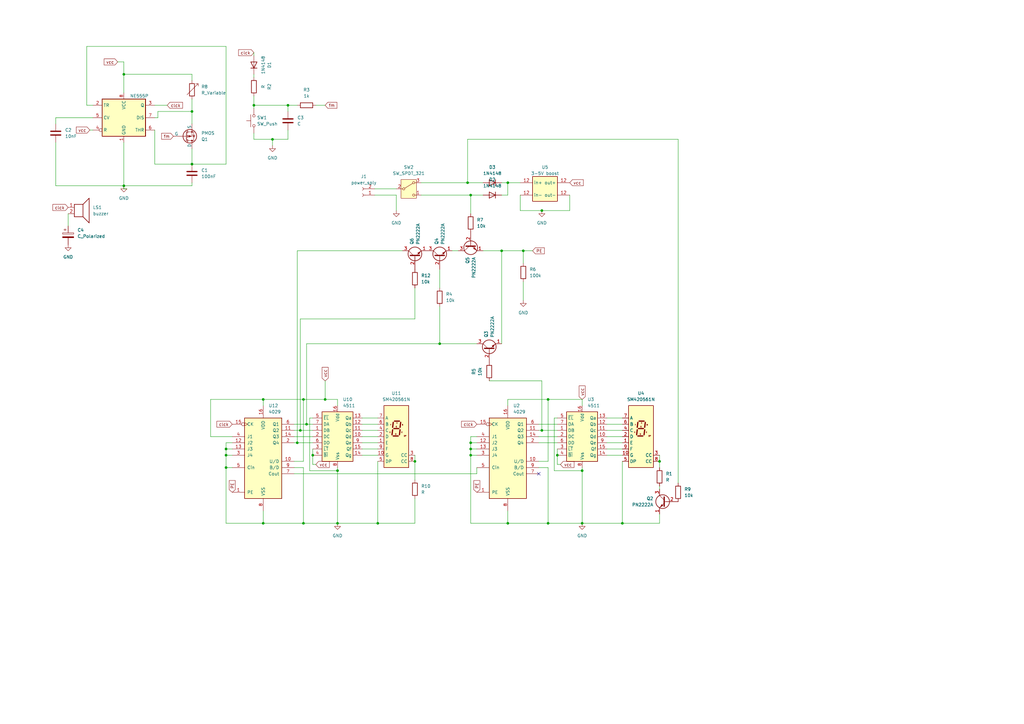
<source format=kicad_sch>
(kicad_sch (version 20230121) (generator eeschema)
  (paper "A3")
  (lib_symbols
    (symbol "4xxx:4029" (pin_names (offset 1.016))
      (property "Reference" "U" (at -7.62 16.51 0))
      (property "Value" "4029" (at -7.62 -19.05 0))
      (symbol "4029_1_0"
        (pin input line (at -12.7 -15.24 0) (length 5.08) (name "PE") (number "1"))
        (pin input line (at 12.7 -2.54 180) (length 5.08) (name "U/D") (number "10"))
        (pin output line (at 12.7 10.16 180) (length 5.08) (name "Q2") (number "11"))
        (pin input line (at -12.7 5.08 0) (length 5.08) (name "J2") (number "12"))
        (pin input line (at -12.7 2.54 0) (length 5.08) (name "J3") (number "13"))
        (pin output line (at 12.7 7.62 180) (length 5.08) (name "Q3") (number "14"))
        (pin input inverted_clock (at -12.7 12.7 0) (length 5.08) (name "CK") (number "15"))
        (pin power_in line (at 0 20.32 270) (length 5.08) (name "VDD") (number "16"))
        (pin output line (at 12.7 5.08 180) (length 5.08) (name "Q4") (number "2"))
        (pin input line (at -12.7 0 0) (length 5.08) (name "J4") (number "3"))
        (pin input line (at -12.7 7.62 0) (length 5.08) (name "J1") (number "4"))
        (pin input line (at -12.7 -5.08 0) (length 5.08) (name "Cin") (number "5"))
        (pin output line (at 12.7 12.7 180) (length 5.08) (name "Q1") (number "6"))
        (pin output line (at 12.7 -7.62 180) (length 5.08) (name "Cout") (number "7"))
        (pin power_in line (at 0 -22.86 90) (length 5.08) (name "VSS") (number "8"))
        (pin input line (at 12.7 -5.08 180) (length 5.08) (name "B/D") (number "9"))
      )
      (symbol "4029_1_1"
        (rectangle (start -7.62 15.24) (end 7.62 -17.78) (stroke (width 0.254)) (fill (type background)))
      )
    )
    (symbol "4xxx_IEEE:4511"
      (property "Reference" "U" (at 8.89 11.43 0))
      (property "Value" "4511" (at 8.89 -11.43 0))
      (symbol "4511_0_1"
        (rectangle (start -6.35 10.16) (end 6.35 -10.16) (stroke (width 0.254)) (fill (type background)))
      )
      (symbol "4511_1_1"
        (pin input line (at -10.16 2.54 0) (length 3.81) (name "DB") (number "1"))
        (pin output line (at 10.16 0 180) (length 3.81) (name "Qd") (number "10"))
        (pin output line (at 10.16 2.54 180) (length 3.81) (name "Qc") (number "11"))
        (pin output line (at 10.16 5.08 180) (length 3.81) (name "Qb") (number "12"))
        (pin output line (at 10.16 7.62 180) (length 3.81) (name "Qa") (number "13"))
        (pin output line (at 10.16 -7.62 180) (length 3.81) (name "Qg") (number "14"))
        (pin output line (at 10.16 -5.08 180) (length 3.81) (name "Qf") (number "15"))
        (pin power_in line (at 0 12.7 270) (length 2.54) (name "Vdd") (number "16"))
        (pin input line (at -10.16 0 0) (length 3.81) (name "DC") (number "2"))
        (pin input line (at -10.16 -5.08 0) (length 3.81) (name "~{LT}") (number "3"))
        (pin input line (at -10.16 -7.62 0) (length 3.81) (name "~{BI}") (number "4"))
        (pin input line (at -10.16 7.62 0) (length 3.81) (name "~{EL}") (number "5"))
        (pin input line (at -10.16 -2.54 0) (length 3.81) (name "DD") (number "6"))
        (pin input line (at -10.16 5.08 0) (length 3.81) (name "DA") (number "7"))
        (pin power_in line (at 0 -12.7 90) (length 2.54) (name "Vss") (number "8"))
        (pin output line (at 10.16 -2.54 180) (length 3.81) (name "Qe") (number "9"))
      )
    )
    (symbol "Connector:Conn_01x02_Socket" (pin_names (offset 1.016) hide)
      (property "Reference" "J" (at 0 2.54 0))
      (property "Value" "Conn_01x02_Socket" (at 0 -5.08 0))
      (symbol "Conn_01x02_Socket_1_1"
        (arc (start 0 -2.032) (mid -0.5058 -2.54) (end 0 -3.048) (stroke (width 0.1524)))
        (polyline (pts (xy -1.27 -2.54) (xy -0.508 -2.54)) (stroke (width 0.1524)))
        (polyline (pts (xy -1.27 0) (xy -0.508 0)) (stroke (width 0.1524)))
        (arc (start 0 0.508) (mid -0.5058 0) (end 0 -0.508) (stroke (width 0.1524)))
        (pin passive line (at -5.08 0 0) (length 3.81) (name "Pin_1") (number "1"))
        (pin passive line (at -5.08 -2.54 0) (length 3.81) (name "Pin_2") (number "2"))
      )
    )
    (symbol "Device:C" (pin_numbers hide) (pin_names (offset 0.254))
      (property "Reference" "C" (at 0.635 2.54 0))
      (property "Value" "C" (at 0.635 -2.54 0))
      (symbol "C_0_1"
        (polyline (pts (xy -2.032 -0.762) (xy 2.032 -0.762)) (stroke (width 0.508)))
        (polyline (pts (xy -2.032 0.762) (xy 2.032 0.762)) (stroke (width 0.508)))
      )
      (symbol "C_1_1"
        (pin passive line (at 0 3.81 270) (length 2.794) (name "~") (number "1"))
        (pin passive line (at 0 -3.81 90) (length 2.794) (name "~") (number "2"))
      )
    )
    (symbol "Device:C_Polarized" (pin_numbers hide) (pin_names (offset 0.254))
      (property "Reference" "C" (at 0.635 2.54 0))
      (property "Value" "C_Polarized" (at 0.635 -2.54 0))
      (symbol "C_Polarized_0_1"
        (rectangle (start -2.286 0.508) (end 2.286 1.016))
        (polyline (pts (xy -1.778 2.286) (xy -0.762 2.286)))
        (polyline (pts (xy -1.27 2.794) (xy -1.27 1.778)))
        (rectangle (start 2.286 -0.508) (end -2.286 -1.016) (fill (type outline)))
      )
      (symbol "C_Polarized_1_1"
        (pin passive line (at 0 3.81 270) (length 2.794) (name "~") (number "1"))
        (pin passive line (at 0 -3.81 90) (length 2.794) (name "~") (number "2"))
      )
    )
    (symbol "Device:R" (pin_numbers hide) (pin_names (offset 0))
      (property "Reference" "R" (at 2.032 0 90))
      (property "Value" "R" (at 0 0 90))
      (symbol "R_0_1"
        (rectangle (start -1.016 -2.54) (end 1.016 2.54) (stroke (width 0.254)))
      )
      (symbol "R_1_1"
        (pin passive line (at 0 3.81 270) (length 1.27) (name "~") (number "1"))
        (pin passive line (at 0 -3.81 90) (length 1.27) (name "~") (number "2"))
      )
    )
    (symbol "Device:R_Variable" (pin_numbers hide) (pin_names (offset 0))
      (property "Reference" "R" (at 2.54 -2.54 90))
      (property "Value" "R_Variable" (at -2.54 -1.27 90))
      (symbol "R_Variable_0_1"
        (rectangle (start -1.016 -2.54) (end 1.016 2.54) (stroke (width 0.254)))
        (polyline (pts (xy 2.54 1.524) (xy 2.54 2.54) (xy 1.524 2.54) (xy 2.54 2.54) (xy -2.032 -2.032)))
      )
      (symbol "R_Variable_1_1"
        (pin passive line (at 0 3.81 270) (length 1.27) (name "~") (number "1"))
        (pin passive line (at 0 -3.81 90) (length 1.27) (name "~") (number "2"))
      )
    )
    (symbol "Device:Speaker" (pin_names (offset 0) hide)
      (property "Reference" "LS" (at 1.27 5.715 0))
      (property "Value" "Speaker" (at 1.27 3.81 0))
      (symbol "Speaker_0_0"
        (rectangle (start -2.54 1.27) (end 1.016 -3.81) (stroke (width 0.254)))
        (polyline (pts (xy 1.016 1.27) (xy 3.556 3.81) (xy 3.556 -6.35) (xy 1.016 -3.81)) (stroke (width 0.254)))
      )
      (symbol "Speaker_1_1"
        (pin input line (at -5.08 0 0) (length 2.54) (name "1") (number "1"))
        (pin input line (at -5.08 -2.54 0) (length 2.54) (name "2") (number "2"))
      )
    )
    (symbol "Diode:1N4148" (pin_numbers hide) (pin_names hide)
      (property "Reference" "D" (at 0 2.54 0))
      (property "Value" "1N4148" (at 0 -2.54 0))
      (symbol "1N4148_0_1"
        (polyline (pts (xy -1.27 1.27) (xy -1.27 -1.27)) (stroke (width 0.254)))
        (polyline (pts (xy 1.27 0) (xy -1.27 0)))
        (polyline (pts (xy 1.27 1.27) (xy 1.27 -1.27) (xy -1.27 0) (xy 1.27 1.27)) (stroke (width 0.254)))
      )
      (symbol "1N4148_1_1"
        (pin passive line (at -3.81 0 0) (length 2.54) (name "K") (number "1"))
        (pin passive line (at 3.81 0 180) (length 2.54) (name "A") (number "2"))
      )
    )
    (symbol "Display_Character:SM420561N"
      (property "Reference" "U" (at -2.54 13.97 0))
      (property "Value" "SM420561N" (at 1.27 13.97 0))
      (symbol "SM420561N_0_0"
        (text "A" (at 0.254 5.588 0) (effects (font (size 0.508 0.508))))
        (text "B" (at 2.54 4.826 0) (effects (font (size 0.508 0.508))))
        (text "C" (at 2.286 1.778 0) (effects (font (size 0.508 0.508))))
        (text "D" (at -0.254 1.016 0) (effects (font (size 0.508 0.508))))
        (text "DP" (at 3.556 0.254 0) (effects (font (size 0.508 0.508))))
        (text "E" (at -2.54 1.778 0) (effects (font (size 0.508 0.508))))
        (text "F" (at -2.286 4.826 0) (effects (font (size 0.508 0.508))))
        (text "G" (at 0 4.064 0) (effects (font (size 0.508 0.508))))
      )
      (symbol "SM420561N_0_1"
        (rectangle (start -5.08 12.7) (end 5.08 -12.7) (stroke (width 0.254)) (fill (type background)))
        (polyline (pts (xy -1.524 2.794) (xy -1.778 0.762)) (stroke (width 0.508)))
        (polyline (pts (xy -1.27 0.254) (xy 0.762 0.254)) (stroke (width 0.508)))
        (polyline (pts (xy -1.27 5.842) (xy -1.524 3.81)) (stroke (width 0.508)))
        (polyline (pts (xy -1.016 3.302) (xy 1.016 3.302)) (stroke (width 0.508)))
        (polyline (pts (xy -0.762 6.35) (xy 1.27 6.35)) (stroke (width 0.508)))
        (polyline (pts (xy 1.524 2.794) (xy 1.27 0.762)) (stroke (width 0.508)))
        (polyline (pts (xy 1.778 5.842) (xy 1.524 3.81)) (stroke (width 0.508)))
        (polyline (pts (xy 2.54 0.254) (xy 2.54 0.254)) (stroke (width 0.508)))
      )
      (symbol "SM420561N_1_1"
        (pin input line (at -7.62 -2.54 0) (length 2.54) (name "E") (number "1"))
        (pin input line (at -7.62 -7.62 0) (length 2.54) (name "G") (number "10"))
        (pin input line (at -7.62 0 0) (length 2.54) (name "D") (number "2"))
        (pin input line (at 7.62 -7.62 180) (length 2.54) (name "CC") (number "3"))
        (pin input line (at -7.62 2.54 0) (length 2.54) (name "C") (number "4"))
        (pin input line (at -7.62 -10.16 0) (length 2.54) (name "DP") (number "5"))
        (pin input line (at -7.62 5.08 0) (length 2.54) (name "B") (number "6"))
        (pin input line (at -7.62 7.62 0) (length 2.54) (name "A") (number "7"))
        (pin input line (at 7.62 -10.16 180) (length 2.54) (name "CC") (number "8"))
        (pin input line (at -7.62 -5.08 0) (length 2.54) (name "F") (number "9"))
      )
    )
    (symbol "Simulation_SPICE:PMOS" (pin_numbers hide) (pin_names (offset 0))
      (property "Reference" "Q" (at 5.08 1.27 0))
      (property "Value" "PMOS" (at 5.08 -1.27 0))
      (symbol "PMOS_0_1"
        (polyline (pts (xy 0.254 0) (xy -2.54 0)))
        (polyline (pts (xy 0.254 1.905) (xy 0.254 -1.905)) (stroke (width 0.254)))
        (polyline (pts (xy 0.762 -1.27) (xy 0.762 -2.286)) (stroke (width 0.254)))
        (polyline (pts (xy 0.762 0.508) (xy 0.762 -0.508)) (stroke (width 0.254)))
        (polyline (pts (xy 0.762 2.286) (xy 0.762 1.27)) (stroke (width 0.254)))
        (polyline (pts (xy 2.54 2.54) (xy 2.54 1.778)))
        (polyline (pts (xy 2.54 -2.54) (xy 2.54 0) (xy 0.762 0)))
        (polyline (pts (xy 0.762 1.778) (xy 3.302 1.778) (xy 3.302 -1.778) (xy 0.762 -1.778)))
        (polyline (pts (xy 2.286 0) (xy 1.27 0.381) (xy 1.27 -0.381) (xy 2.286 0)) (fill (type outline)))
        (polyline (pts (xy 2.794 -0.508) (xy 2.921 -0.381) (xy 3.683 -0.381) (xy 3.81 -0.254)))
        (polyline (pts (xy 3.302 -0.381) (xy 2.921 0.254) (xy 3.683 0.254) (xy 3.302 -0.381)))
        (circle (center 1.651 0) (radius 2.794) (stroke (width 0.254)))
        (circle (center 2.54 -1.778) (radius 0.254) (fill (type outline)))
        (circle (center 2.54 1.778) (radius 0.254) (fill (type outline)))
      )
      (symbol "PMOS_1_1"
        (pin passive line (at 2.54 5.08 270) (length 2.54) (name "D") (number "1"))
        (pin input line (at -5.08 0 0) (length 2.54) (name "G") (number "2"))
        (pin passive line (at 2.54 -5.08 90) (length 2.54) (name "S") (number "3"))
      )
    )
    (symbol "Switch:SW_Push" (pin_numbers hide) (pin_names (offset 1.016) hide)
      (property "Reference" "SW" (at 1.27 2.54 0))
      (property "Value" "SW_Push" (at 0 -1.524 0))
      (symbol "SW_Push_0_1"
        (circle (center -2.032 0) (radius 0.508))
        (polyline (pts (xy 0 1.27) (xy 0 3.048)))
        (polyline (pts (xy 2.54 1.27) (xy -2.54 1.27)))
        (circle (center 2.032 0) (radius 0.508))
        (pin passive line (at -5.08 0 0) (length 2.54) (name "1") (number "1"))
        (pin passive line (at 5.08 0 180) (length 2.54) (name "2") (number "2"))
      )
    )
    (symbol "Switch:SW_SPDT_321" (pin_names (offset 1) hide)
      (property "Reference" "SW" (at 0 5.08 0))
      (property "Value" "SW_SPDT_321" (at 0 -5.08 0))
      (symbol "SW_SPDT_321_0_1"
        (circle (center -2.032 0) (radius 0.4572))
        (polyline (pts (xy -1.651 0.254) (xy 1.651 2.286)))
        (circle (center 2.032 -2.54) (radius 0.4572))
        (circle (center 2.032 2.54) (radius 0.4572))
      )
      (symbol "SW_SPDT_321_1_1"
        (rectangle (start -3.175 3.81) (end 3.175 -3.81) (fill (type background)))
        (pin passive line (at 5.08 -2.54 180) (length 2.54) (name "C") (number "1"))
        (pin passive line (at -5.08 0 0) (length 2.54) (name "B") (number "2"))
        (pin passive line (at 5.08 2.54 180) (length 2.54) (name "A") (number "3"))
      )
    )
    (symbol "Timer:NE555P"
      (property "Reference" "U" (at -10.16 8.89 0))
      (property "Value" "NE555P" (at 2.54 8.89 0))
      (symbol "NE555P_0_0"
        (pin power_in line (at 0 -10.16 90) (length 2.54) (name "GND") (number "1"))
        (pin power_in line (at 0 10.16 270) (length 2.54) (name "VCC") (number "8"))
      )
      (symbol "NE555P_0_1"
        (rectangle (start -8.89 -7.62) (end 8.89 7.62) (stroke (width 0.254)) (fill (type background)))
        (rectangle (start -8.89 -7.62) (end 8.89 7.62) (stroke (width 0.254)) (fill (type background)))
      )
      (symbol "NE555P_1_1"
        (pin input line (at -12.7 5.08 0) (length 3.81) (name "TR") (number "2"))
        (pin output line (at 12.7 5.08 180) (length 3.81) (name "Q") (number "3"))
        (pin input inverted (at -12.7 -5.08 0) (length 3.81) (name "R") (number "4"))
        (pin input line (at -12.7 0 0) (length 3.81) (name "CV") (number "5"))
        (pin input line (at 12.7 -5.08 180) (length 3.81) (name "THR") (number "6"))
        (pin input line (at 12.7 0 180) (length 3.81) (name "DIS") (number "7"))
      )
    )
    (symbol "Transistor_BJT:PN2222A" (pin_names (offset 0) hide)
      (property "Reference" "Q" (at 5.08 1.905 0))
      (property "Value" "PN2222A" (at 5.08 0 0))
      (symbol "PN2222A_0_1"
        (polyline (pts (xy 0 0) (xy 0.635 0)))
        (polyline (pts (xy 2.54 -2.54) (xy 0.635 -0.635)))
        (polyline (pts (xy 2.54 2.54) (xy 0.635 0.635)))
        (polyline (pts (xy 0.635 1.905) (xy 0.635 -1.905) (xy 0.635 -1.905)) (stroke (width 0.508)))
        (polyline (pts (xy 2.413 -2.413) (xy 1.905 -1.905) (xy 1.905 -1.905)))
        (polyline (pts (xy 1.143 -1.651) (xy 1.651 -1.143) (xy 2.159 -2.159) (xy 1.143 -1.651) (xy 1.143 -1.651)) (fill (type outline)))
        (circle (center 1.27 0) (radius 2.8194) (stroke (width 0.254)))
      )
      (symbol "PN2222A_1_1"
        (pin passive line (at 2.54 -5.08 90) (length 2.54) (name "E") (number "1"))
        (pin input line (at -5.08 0 0) (length 5.08) (name "B") (number "2"))
        (pin passive line (at 2.54 5.08 270) (length 2.54) (name "C") (number "3"))
      )
    )
    (symbol "eDiceLib:3-5v_boost"
      (property "Reference" "U" (at 0 6.35 0))
      (symbol "3-5v_boost_0_1"
        (rectangle (start -5.08 5.08) (end 5.08 -5.08) (stroke (width 0.254)) (fill (type background)))
      )
      (symbol "3-5v_boost_1_1"
        (pin input line (at -10.16 2.54 0) (length 5.08) (name "in+") (number "12"))
        (pin input line (at -10.16 -2.54 0) (length 5.08) (name "in-") (number "12"))
        (pin output line (at 10.16 2.54 180) (length 5.08) (name "out+") (number "12"))
        (pin output line (at 10.16 -2.54 180) (length 5.08) (name "out-") (number "12"))
      )
    )
    (symbol "power:GND" (power) (pin_names (offset 0))
      (property "Value" "GND" (at 0 -3.81 0))
      (symbol "GND_0_1"
        (polyline (pts (xy 0 0) (xy 0 -1.27) (xy 1.27 -1.27) (xy 0 -2.54) (xy -1.27 -1.27) (xy 0 -1.27)))
      )
      (symbol "GND_1_1"
        (pin power_in line (at 0 0 270) (length 0) hide (name "GND") (number "1"))
      )
    )
  )
  (junction (at 193.04 186.69))
  (junction (at 92.71 191.77))
  (junction (at 180.34 140.97))
  (junction (at 214.63 102.87))
  (junction (at 107.95 163.83))
  (junction (at 121.92 181.61))
  (junction (at 255.27 214.63))
  (junction (at 118.11 43.18))
  (junction (at 50.8 76.2))
  (junction (at 238.76 193.04))
  (junction (at 107.95 214.63))
  (junction (at 78.74 67.31))
  (junction (at 124.46 163.83))
  (junction (at 92.71 184.15))
  (junction (at 193.04 181.61))
  (junction (at 193.04 80.01))
  (junction (at 111.76 57.15))
  (junction (at 104.14 43.18))
  (junction (at 138.43 193.04))
  (junction (at 193.04 184.15))
  (junction (at 224.79 214.63))
  (junction (at 78.74 45.72))
  (junction (at 170.18 189.23))
  (junction (at 123.19 176.53))
  (junction (at 270.51 189.23))
  (junction (at 154.94 214.63))
  (junction (at 222.25 176.53))
  (junction (at 191.77 74.93))
  (junction (at 208.28 74.93))
  (junction (at 133.35 163.83))
  (junction (at 238.76 214.63))
  (junction (at 208.28 214.63))
  (junction (at 50.8 30.48))
  (junction (at 222.25 86.36))
  (junction (at 124.46 214.63))
  (junction (at 92.71 186.69))
  (junction (at 125.73 173.99))
  (junction (at 138.43 214.63))
  (junction (at 205.74 102.87))
  (junction (at 224.79 163.83))
  (junction (at 128.27 186.69))
  (junction (at 228.6 186.69))
  (no_connect (at 220.98 194.31))
  (wire (pts (xy 50.8 77.47) (xy 52.07 77.47)))
  (wire (pts (xy 124.46 163.83) (xy 124.46 189.23)))
  (wire (pts (xy 191.77 57.15) (xy 191.77 74.93)))
  (wire (pts (xy 193.04 181.61) (xy 193.04 184.15)))
  (wire (pts (xy 238.76 163.83) (xy 238.76 166.37)))
  (wire (pts (xy 78.74 60.96) (xy 78.74 67.31)))
  (wire (pts (xy 111.76 57.15) (xy 118.11 57.15)))
  (wire (pts (xy 220.98 181.61) (xy 228.6 181.61)))
  (wire (pts (xy 92.71 214.63) (xy 107.95 214.63)))
  (wire (pts (xy 138.43 163.83) (xy 138.43 166.37)))
  (wire (pts (xy 22.86 58.42) (xy 22.86 76.2)))
  (wire (pts (xy 107.95 163.83) (xy 107.95 166.37)))
  (wire (pts (xy 92.71 184.15) (xy 95.25 184.15)))
  (wire (pts (xy 92.71 191.77) (xy 92.71 214.63)))
  (wire (pts (xy 180.34 125.73) (xy 180.34 140.97)))
  (wire (pts (xy 233.68 86.36) (xy 222.25 86.36)))
  (wire (pts (xy 120.65 194.31) (xy 195.58 194.31)))
  (wire (pts (xy 104.14 30.48) (xy 104.14 31.75)))
  (wire (pts (xy 128.27 184.15) (xy 128.27 186.69)))
  (wire (pts (xy 208.28 209.55) (xy 208.28 214.63)))
  (wire (pts (xy 193.04 80.01) (xy 198.12 80.01)))
  (wire (pts (xy 120.65 176.53) (xy 123.19 176.53)))
  (wire (pts (xy 123.19 176.53) (xy 128.27 176.53)))
  (wire (pts (xy 111.76 57.15) (xy 111.76 59.69)))
  (wire (pts (xy 228.6 184.15) (xy 228.6 186.69)))
  (wire (pts (xy 154.94 214.63) (xy 138.43 214.63)))
  (wire (pts (xy 233.68 80.01) (xy 233.68 86.36)))
  (wire (pts (xy 64.77 45.72) (xy 64.77 48.26)))
  (wire (pts (xy 22.86 48.26) (xy 38.1 48.26)))
  (wire (pts (xy 50.8 77.47) (xy 50.8 76.2)))
  (wire (pts (xy 64.77 45.72) (xy 78.74 45.72)))
  (wire (pts (xy 95.25 181.61) (xy 92.71 181.61)))
  (wire (pts (xy 120.65 191.77) (xy 124.46 191.77)))
  (wire (pts (xy 121.92 102.87) (xy 165.1 102.87)))
  (wire (pts (xy 125.73 173.99) (xy 128.27 173.99)))
  (wire (pts (xy 50.8 76.2) (xy 78.74 76.2)))
  (wire (pts (xy 124.46 191.77) (xy 124.46 214.63)))
  (wire (pts (xy 120.65 173.99) (xy 125.73 173.99)))
  (wire (pts (xy 129.54 43.18) (xy 133.35 43.18)))
  (wire (pts (xy 208.28 74.93) (xy 213.36 74.93)))
  (wire (pts (xy 35.56 43.18) (xy 35.56 19.05)))
  (wire (pts (xy 38.1 53.34) (xy 36.83 53.34)))
  (wire (pts (xy 270.51 186.69) (xy 270.51 189.23)))
  (wire (pts (xy 50.8 30.48) (xy 78.74 30.48)))
  (wire (pts (xy 205.74 74.93) (xy 208.28 74.93)))
  (wire (pts (xy 213.36 80.01) (xy 213.36 86.36)))
  (wire (pts (xy 205.74 102.87) (xy 198.12 102.87)))
  (wire (pts (xy 193.04 186.69) (xy 195.58 186.69)))
  (wire (pts (xy 270.51 189.23) (xy 270.51 191.77)))
  (wire (pts (xy 248.92 186.69) (xy 255.27 186.69)))
  (wire (pts (xy 104.14 43.18) (xy 104.14 44.45)))
  (wire (pts (xy 193.04 214.63) (xy 208.28 214.63)))
  (wire (pts (xy 86.36 163.83) (xy 107.95 163.83)))
  (wire (pts (xy 172.72 80.01) (xy 193.04 80.01)))
  (wire (pts (xy 50.8 76.2) (xy 50.8 58.42)))
  (wire (pts (xy 193.04 80.01) (xy 193.04 87.63)))
  (wire (pts (xy 27.94 92.71) (xy 27.94 87.63)))
  (wire (pts (xy 50.8 30.48) (xy 50.8 38.1)))
  (wire (pts (xy 193.04 181.61) (xy 195.58 181.61)))
  (wire (pts (xy 238.76 191.77) (xy 238.76 193.04)))
  (wire (pts (xy 278.13 198.12) (xy 278.13 57.15)))
  (wire (pts (xy 180.34 140.97) (xy 195.58 140.97)))
  (wire (pts (xy 205.74 102.87) (xy 205.74 140.97)))
  (wire (pts (xy 127 171.45) (xy 127 193.04)))
  (wire (pts (xy 125.73 140.97) (xy 125.73 173.99)))
  (wire (pts (xy 255.27 189.23) (xy 255.27 214.63)))
  (wire (pts (xy 193.04 184.15) (xy 193.04 186.69)))
  (wire (pts (xy 220.98 191.77) (xy 224.79 191.77)))
  (wire (pts (xy 78.74 40.64) (xy 78.74 45.72)))
  (wire (pts (xy 118.11 45.72) (xy 118.11 43.18)))
  (wire (pts (xy 38.1 43.18) (xy 35.56 43.18)))
  (wire (pts (xy 228.6 186.69) (xy 228.6 190.5)))
  (wire (pts (xy 123.19 130.81) (xy 170.18 130.81)))
  (wire (pts (xy 248.92 171.45) (xy 255.27 171.45)))
  (wire (pts (xy 148.59 184.15) (xy 154.94 184.15)))
  (wire (pts (xy 92.71 186.69) (xy 92.71 191.77)))
  (wire (pts (xy 107.95 209.55) (xy 107.95 214.63)))
  (wire (pts (xy 193.04 186.69) (xy 193.04 214.63)))
  (wire (pts (xy 208.28 163.83) (xy 208.28 166.37)))
  (wire (pts (xy 193.04 184.15) (xy 195.58 184.15)))
  (wire (pts (xy 63.5 43.18) (xy 68.58 43.18)))
  (wire (pts (xy 224.79 214.63) (xy 238.76 214.63)))
  (wire (pts (xy 92.71 181.61) (xy 92.71 184.15)))
  (wire (pts (xy 22.86 76.2) (xy 50.8 76.2)))
  (wire (pts (xy 78.74 50.8) (xy 78.74 45.72)))
  (wire (pts (xy 104.14 39.37) (xy 104.14 43.18)))
  (wire (pts (xy 170.18 204.47) (xy 170.18 214.63)))
  (wire (pts (xy 162.56 80.01) (xy 162.56 86.36)))
  (wire (pts (xy 48.26 25.4) (xy 50.8 25.4)))
  (wire (pts (xy 86.36 179.07) (xy 86.36 163.83)))
  (wire (pts (xy 138.43 163.83) (xy 133.35 163.83)))
  (wire (pts (xy 78.74 74.93) (xy 78.74 76.2)))
  (wire (pts (xy 227.33 193.04) (xy 238.76 193.04)))
  (wire (pts (xy 220.98 173.99) (xy 228.6 173.99)))
  (wire (pts (xy 270.51 210.82) (xy 270.51 214.63)))
  (wire (pts (xy 104.14 21.59) (xy 104.14 22.86)))
  (wire (pts (xy 228.6 171.45) (xy 227.33 171.45)))
  (wire (pts (xy 248.92 173.99) (xy 255.27 173.99)))
  (wire (pts (xy 170.18 214.63) (xy 154.94 214.63)))
  (wire (pts (xy 154.94 189.23) (xy 154.94 214.63)))
  (wire (pts (xy 228.6 190.5) (xy 229.87 190.5)))
  (wire (pts (xy 213.36 86.36) (xy 222.25 86.36)))
  (wire (pts (xy 185.42 102.87) (xy 187.96 102.87)))
  (wire (pts (xy 120.65 181.61) (xy 121.92 181.61)))
  (wire (pts (xy 214.63 102.87) (xy 214.63 107.95)))
  (wire (pts (xy 208.28 214.63) (xy 224.79 214.63)))
  (wire (pts (xy 222.25 156.21) (xy 200.66 156.21)))
  (wire (pts (xy 92.71 19.05) (xy 92.71 67.31)))
  (wire (pts (xy 208.28 163.83) (xy 224.79 163.83)))
  (wire (pts (xy 170.18 189.23) (xy 170.18 196.85)))
  (wire (pts (xy 50.8 25.4) (xy 50.8 30.48)))
  (wire (pts (xy 95.25 191.77) (xy 92.71 191.77)))
  (wire (pts (xy 148.59 181.61) (xy 154.94 181.61)))
  (wire (pts (xy 270.51 214.63) (xy 255.27 214.63)))
  (wire (pts (xy 193.04 179.07) (xy 193.04 181.61)))
  (wire (pts (xy 121.92 181.61) (xy 128.27 181.61)))
  (wire (pts (xy 124.46 214.63) (xy 138.43 214.63)))
  (wire (pts (xy 121.92 102.87) (xy 121.92 181.61)))
  (wire (pts (xy 92.71 184.15) (xy 92.71 186.69)))
  (wire (pts (xy 95.25 179.07) (xy 86.36 179.07)))
  (wire (pts (xy 255.27 214.63) (xy 238.76 214.63)))
  (wire (pts (xy 153.67 80.01) (xy 162.56 80.01)))
  (wire (pts (xy 222.25 176.53) (xy 228.6 176.53)))
  (wire (pts (xy 205.74 80.01) (xy 208.28 80.01)))
  (wire (pts (xy 195.58 191.77) (xy 195.58 194.31)))
  (wire (pts (xy 224.79 163.83) (xy 238.76 163.83)))
  (wire (pts (xy 220.98 179.07) (xy 228.6 179.07)))
  (wire (pts (xy 118.11 53.34) (xy 118.11 57.15)))
  (wire (pts (xy 138.43 191.77) (xy 138.43 193.04)))
  (wire (pts (xy 120.65 179.07) (xy 128.27 179.07)))
  (wire (pts (xy 148.59 171.45) (xy 154.94 171.45)))
  (wire (pts (xy 124.46 163.83) (xy 133.35 163.83)))
  (wire (pts (xy 170.18 130.81) (xy 170.18 118.11)))
  (wire (pts (xy 121.92 43.18) (xy 118.11 43.18)))
  (wire (pts (xy 63.5 67.31) (xy 63.5 53.34)))
  (wire (pts (xy 195.58 179.07) (xy 193.04 179.07)))
  (wire (pts (xy 104.14 43.18) (xy 118.11 43.18)))
  (wire (pts (xy 128.27 186.69) (xy 128.27 190.5)))
  (wire (pts (xy 170.18 186.69) (xy 170.18 189.23)))
  (wire (pts (xy 248.92 181.61) (xy 255.27 181.61)))
  (wire (pts (xy 270.51 199.39) (xy 270.51 200.66)))
  (wire (pts (xy 148.59 173.99) (xy 154.94 173.99)))
  (wire (pts (xy 124.46 189.23) (xy 120.65 189.23)))
  (wire (pts (xy 78.74 67.31) (xy 92.71 67.31)))
  (wire (pts (xy 191.77 74.93) (xy 172.72 74.93)))
  (wire (pts (xy 22.86 48.26) (xy 22.86 50.8)))
  (wire (pts (xy 107.95 214.63) (xy 124.46 214.63)))
  (wire (pts (xy 125.73 140.97) (xy 180.34 140.97)))
  (wire (pts (xy 153.67 77.47) (xy 162.56 77.47)))
  (wire (pts (xy 35.56 19.05) (xy 92.71 19.05)))
  (wire (pts (xy 214.63 102.87) (xy 205.74 102.87)))
  (wire (pts (xy 224.79 163.83) (xy 224.79 189.23)))
  (wire (pts (xy 78.74 33.02) (xy 78.74 30.48)))
  (wire (pts (xy 278.13 57.15) (xy 191.77 57.15)))
  (wire (pts (xy 191.77 74.93) (xy 198.12 74.93)))
  (wire (pts (xy 64.77 48.26) (xy 63.5 48.26)))
  (wire (pts (xy 127 193.04) (xy 138.43 193.04)))
  (wire (pts (xy 238.76 193.04) (xy 238.76 214.63)))
  (wire (pts (xy 128.27 171.45) (xy 127 171.45)))
  (wire (pts (xy 148.59 186.69) (xy 154.94 186.69)))
  (wire (pts (xy 104.14 57.15) (xy 111.76 57.15)))
  (wire (pts (xy 180.34 110.49) (xy 180.34 118.11)))
  (wire (pts (xy 222.25 176.53) (xy 220.98 176.53)))
  (wire (pts (xy 104.14 57.15) (xy 104.14 54.61)))
  (wire (pts (xy 248.92 176.53) (xy 255.27 176.53)))
  (wire (pts (xy 138.43 193.04) (xy 138.43 214.63)))
  (wire (pts (xy 214.63 115.57) (xy 214.63 123.19)))
  (wire (pts (xy 128.27 190.5) (xy 129.54 190.5)))
  (wire (pts (xy 148.59 179.07) (xy 154.94 179.07)))
  (wire (pts (xy 224.79 189.23) (xy 220.98 189.23)))
  (wire (pts (xy 227.33 171.45) (xy 227.33 193.04)))
  (wire (pts (xy 63.5 67.31) (xy 78.74 67.31)))
  (wire (pts (xy 92.71 186.69) (xy 95.25 186.69)))
  (wire (pts (xy 222.25 156.21) (xy 222.25 176.53)))
  (wire (pts (xy 214.63 102.87) (xy 218.44 102.87)))
  (wire (pts (xy 248.92 184.15) (xy 255.27 184.15)))
  (wire (pts (xy 133.35 156.21) (xy 133.35 163.83)))
  (wire (pts (xy 148.59 176.53) (xy 154.94 176.53)))
  (wire (pts (xy 248.92 179.07) (xy 255.27 179.07)))
  (wire (pts (xy 107.95 163.83) (xy 124.46 163.83)))
  (wire (pts (xy 123.19 130.81) (xy 123.19 176.53)))
  (wire (pts (xy 224.79 191.77) (xy 224.79 214.63)))
  (wire (pts (xy 208.28 74.93) (xy 208.28 80.01)))
  (global_label "PE" (shape input) (at 95.25 201.93 90) (property "Intersheetrefs" "${INTERSHEET_REFS}" (effects hide)))
  (global_label "vcc" (shape input) (at 48.26 25.4 180) (property "Intersheetrefs" "${INTERSHEET_REFS}" (effects hide)))
  (global_label "vcc" (shape input) (at 129.54 190.5 0) (property "Intersheetrefs" "${INTERSHEET_REFS}" (effects hide)))
  (global_label "fm" (shape input) (at 133.35 43.18 0) (property "Intersheetrefs" "${INTERSHEET_REFS}" (effects hide)))
  (global_label "clck" (shape input) (at 68.58 43.18 0) (property "Intersheetrefs" "${INTERSHEET_REFS}" (effects hide)))
  (global_label "clck" (shape input) (at 27.94 85.09 180) (property "Intersheetrefs" "${INTERSHEET_REFS}" (effects hide)))
  (global_label "PE" (shape input) (at 195.58 201.93 90) (property "Intersheetrefs" "${INTERSHEET_REFS}" (effects hide)))
  (global_label "vcc" (shape input) (at 36.83 53.34 180) (property "Intersheetrefs" "${INTERSHEET_REFS}" (effects hide)))
  (global_label "fm" (shape input) (at 71.12 55.88 180) (property "Intersheetrefs" "${INTERSHEET_REFS}" (effects hide)))
  (global_label "vcc" (shape input) (at 233.68 74.93 0) (property "Intersheetrefs" "${INTERSHEET_REFS}" (effects hide)))
  (global_label "vcc" (shape input) (at 238.76 163.83 90) (property "Intersheetrefs" "${INTERSHEET_REFS}" (effects hide)))
  (global_label "clck" (shape input) (at 104.14 21.59 180) (property "Intersheetrefs" "${INTERSHEET_REFS}" (effects hide)))
  (global_label "vcc" (shape input) (at 229.87 190.5 0) (property "Intersheetrefs" "${INTERSHEET_REFS}" (effects hide)))
  (global_label "clck" (shape input) (at 195.58 173.99 180) (property "Intersheetrefs" "${INTERSHEET_REFS}" (effects hide)))
  (global_label "clck" (shape input) (at 95.25 173.99 180) (property "Intersheetrefs" "${INTERSHEET_REFS}" (effects hide)))
  (global_label "PE" (shape input) (at 218.44 102.87 0) (property "Intersheetrefs" "${INTERSHEET_REFS}" (effects hide)))
  (global_label "vcc" (shape input) (at 133.35 156.21 90) (property "Intersheetrefs" "${INTERSHEET_REFS}" (effects hide)))
  (symbol (lib_id "power:GND") (at 162.56 86.36 0) (unit 1)
    (property "Reference" "#PWR05" (effects hide))
    (property "Value" "GND" (at 162.56 91.44 0))
  )
  (symbol (lib_id "Switch:SW_Push") (at 104.14 49.53 90) (unit 1)
    (property "Reference" "SW1" (at 105.41 48.26 90) (effects (justify right)))
    (property "Value" "SW_Push" (at 105.41 50.8 90) (effects (justify right)))
    (property "Footprint" "Connector_PinSocket_2.54mm:PinSocket_1x02_P2.54mm_Vertical" (effects hide))
  )
  (symbol (lib_id "Device:R") (at 170.18 200.66 0) (unit 1)
    (property "Reference" "R10" (at 172.72 199.39 0) (effects (justify left)))
    (property "Value" "R" (at 172.72 201.93 0) (effects (justify left)))
    (property "Footprint" "Resistor_THT:R_Axial_DIN0204_L3.6mm_D1.6mm_P5.08mm_Horizontal" (effects hide))
  )
  (symbol (lib_id "Device:R") (at 193.04 91.44 0) (unit 1)
    (property "Reference" "R7" (at 195.58 90.17 0) (effects (justify left)))
    (property "Value" "10k" (at 195.58 92.71 0) (effects (justify left)))
    (property "Footprint" "Resistor_THT:R_Axial_DIN0204_L3.6mm_D1.6mm_P5.08mm_Horizontal" (effects hide))
  )
  (symbol (lib_id "Device:R") (at 200.66 152.4 180) (unit 1)
    (property "Reference" "R5" (at 194.31 152.4 90))
    (property "Value" "10k" (at 196.85 152.4 90))
    (property "Footprint" "Resistor_THT:R_Axial_DIN0204_L3.6mm_D1.6mm_P5.08mm_Horizontal" (effects hide))
  )
  (symbol (lib_id "Device:R") (at 214.63 111.76 180) (unit 1)
    (property "Reference" "R6" (at 217.17 110.49 0) (effects (justify right)))
    (property "Value" "100k" (at 217.17 113.03 0) (effects (justify right)))
  )
  (symbol (lib_id "power:GND") (at 50.8 76.2 0) (unit 1)
    (property "Reference" "#PWR03" (effects hide))
    (property "Value" "GND" (at 50.8 81.28 0))
  )
  (symbol (lib_id "Diode:1N4148") (at 104.14 26.67 90) (unit 1)
    (property "Reference" "D1" (at 110.49 26.67 0))
    (property "Value" "1N4148" (at 107.95 26.67 0))
    (property "Footprint" "Diode_THT:D_DO-35_SOD27_P7.62mm_Horizontal" (effects hide))
    (property "Datasheet" "https://assets.nexperia.com/documents/data-sheet/1N4148_1N4448.pdf" (effects hide))
    (property "Sim.Device" "D" (effects hide))
    (property "Sim.Pins" "1=K 2=A" (effects hide))
  )
  (symbol (lib_id "Transistor_BJT:PN2222A") (at 200.66 143.51 90) (unit 1)
    (property "Reference" "Q3" (at 199.39 138.43 0) (effects (justify left)))
    (property "Value" "PN2222A" (at 201.93 138.43 0) (effects (justify left)))
    (property "Footprint" "Package_TO_SOT_THT:TO-92_Inline" (effects hide))
    (property "Datasheet" "https://www.onsemi.com/pub/Collateral/PN2222-D.PDF" (effects hide))
  )
  (symbol (lib_id "Display_Character:SM420561N") (at 262.89 179.07 0) (unit 1)
    (property "Reference" "U4" (at 262.89 161.29 0))
    (property "Value" "SM420561N" (at 262.89 163.83 0))
    (property "Footprint" "Display_7Segment:7SegmentLED_LTS6760_LTS6780" (effects hide))
    (property "Datasheet" "https://datasheet.lcsc.com/szlcsc/Wuxi-ARK-Tech-Elec-SM420561N_C141367.pdf" (effects hide))
  )
  (symbol (lib_id "power:GND") (at 238.76 214.63 0) (unit 1)
    (property "Reference" "#PWR01" (effects hide))
    (property "Value" "GND" (at 238.76 219.71 0))
  )
  (symbol (lib_id "power:GND") (at 214.63 123.19 0) (unit 1)
    (property "Reference" "#PWR04" (effects hide))
    (property "Value" "GND" (at 214.63 128.27 0))
  )
  (symbol (lib_id "Connector:Conn_01x02_Socket") (at 148.59 80.01 180) (unit 1)
    (property "Reference" "J1" (at 149.225 72.39 0))
    (property "Value" "power_sply" (at 149.225 74.93 0))
  )
  (symbol (lib_id "Transistor_BJT:PN2222A") (at 193.04 100.33 90) (mirror x) (unit 1)
    (property "Reference" "Q5" (at 191.77 105.41 0) (effects (justify left)))
    (property "Value" "PN2222A" (at 194.31 105.41 0) (effects (justify left)))
    (property "Footprint" "Package_TO_SOT_THT:TO-92_Inline" (effects hide))
    (property "Datasheet" "https://www.onsemi.com/pub/Collateral/PN2222-D.PDF" (effects hide))
  )
  (symbol (lib_id "Device:R") (at 125.73 43.18 90) (unit 1)
    (property "Reference" "R3" (at 125.73 36.83 90))
    (property "Value" "1k" (at 125.73 39.37 90))
    (property "Footprint" "Resistor_THT:R_Axial_DIN0204_L3.6mm_D1.6mm_P5.08mm_Horizontal" (effects hide))
  )
  (symbol (lib_id "4xxx:4029") (at 208.28 186.69 0) (unit 1)
    (property "Reference" "U2" (at 210.4741 166.37 0) (effects (justify left)))
    (property "Value" "4029" (at 210.4741 168.91 0) (effects (justify left)))
    (property "Footprint" "Package_DIP:DIP-16_W7.62mm_Socket" (effects hide))
    (property "Datasheet" "http://www.intersil.com/content/dam/Intersil/documents/cd40/cd4029bms.pdf" (effects hide))
  )
  (symbol (lib_id "4xxx_IEEE:4511") (at 138.43 179.07 0) (unit 1)
    (property "Reference" "U10" (at 140.6241 163.83 0) (effects (justify left)))
    (property "Value" "4511" (at 140.6241 166.37 0) (effects (justify left)))
    (property "Footprint" "Package_DIP:DIP-16_W7.62mm" (effects hide))
  )
  (symbol (lib_id "Switch:SW_SPDT_321") (at 167.64 77.47 0) (unit 1)
    (property "Reference" "SW2" (at 167.64 68.58 0))
    (property "Value" "SW_SPDT_321" (at 167.64 71.12 0))
  )
  (symbol (lib_id "4xxx_IEEE:4511") (at 238.76 179.07 0) (unit 1)
    (property "Reference" "U3" (at 240.9541 163.83 0) (effects (justify left)))
    (property "Value" "4511" (at 240.9541 166.37 0) (effects (justify left)))
    (property "Footprint" "Package_DIP:DIP-16_W7.62mm_Socket" (effects hide))
  )
  (symbol (lib_id "Device:C") (at 22.86 54.61 180) (unit 1)
    (property "Reference" "C2" (at 26.67 53.34 0) (effects (justify right)))
    (property "Value" "10nF" (at 26.67 55.88 0) (effects (justify right)))
    (property "Footprint" "Capacitor_THT:C_Disc_D4.3mm_W1.9mm_P5.00mm" (effects hide))
  )
  (symbol (lib_id "power:GND") (at 222.25 86.36 0) (unit 1)
    (property "Reference" "#PWR08" (effects hide))
    (property "Value" "GND" (at 222.25 91.44 0))
  )
  (symbol (lib_id "Transistor_BJT:PN2222A") (at 273.05 205.74 0) (mirror y) (unit 1)
    (property "Reference" "Q2" (at 267.97 204.47 0) (effects (justify left)))
    (property "Value" "PN2222A" (at 267.97 207.01 0) (effects (justify left)))
    (property "Footprint" "Package_TO_SOT_THT:TO-92_Inline" (effects hide))
    (property "Datasheet" "https://www.onsemi.com/pub/Collateral/PN2222-D.PDF" (effects hide))
  )
  (symbol (lib_id "Simulation_SPICE:PMOS") (at 76.2 55.88 0) (mirror x) (unit 1)
    (property "Reference" "Q1" (at 82.55 57.15 0) (effects (justify left)))
    (property "Value" "PMOS" (at 82.55 54.61 0) (effects (justify left)))
    (property "Footprint" "Package_TO_SOT_THT:TO-92L_Inline" (effects hide))
    (property "Datasheet" "https://ngspice.sourceforge.io/docs/ngspice-manual.pdf" (effects hide))
    (property "Sim.Device" "PMOS" (effects hide))
    (property "Sim.Type" "VDMOS" (effects hide))
    (property "Sim.Pins" "1=D 2=G 3=S" (effects hide))
  )
  (symbol (lib_id "Device:R") (at 270.51 195.58 0) (unit 1)
    (property "Reference" "R1" (at 273.05 194.31 0) (effects (justify left)))
    (property "Value" "R" (at 273.05 196.85 0) (effects (justify left)))
    (property "Footprint" "Resistor_THT:R_Axial_DIN0204_L3.6mm_D1.6mm_P5.08mm_Horizontal" (effects hide))
  )
  (symbol (lib_id "4xxx:4029") (at 107.95 186.69 0) (unit 1)
    (property "Reference" "U12" (at 110.1441 166.37 0) (effects (justify left)))
    (property "Value" "4029" (at 110.1441 168.91 0) (effects (justify left)))
    (property "Footprint" "Package_DIP:DIP-16_W7.62mm_Socket" (effects hide))
    (property "Datasheet" "http://www.intersil.com/content/dam/Intersil/documents/cd40/cd4029bms.pdf" (effects hide))
  )
  (symbol (lib_id "power:GND") (at 27.94 100.33 0) (unit 1)
    (property "Reference" "#PWR06" (effects hide))
    (property "Value" "GND" (at 27.94 105.41 0))
  )
  (symbol (lib_id "Device:R") (at 170.18 114.3 0) (unit 1)
    (property "Reference" "R12" (at 172.72 113.03 0) (effects (justify left)))
    (property "Value" "10k" (at 172.72 115.57 0) (effects (justify left)))
    (property "Footprint" "Resistor_THT:R_Axial_DIN0204_L3.6mm_D1.6mm_P5.08mm_Horizontal" (effects hide))
  )
  (symbol (lib_id "Diode:1N4148") (at 201.93 80.01 180) (unit 1)
    (property "Reference" "D2" (at 201.93 73.66 0))
    (property "Value" "1N4148" (at 201.93 76.2 0))
    (property "Footprint" "Diode_THT:D_DO-35_SOD27_P7.62mm_Horizontal" (effects hide))
    (property "Datasheet" "https://assets.nexperia.com/documents/data-sheet/1N4148_1N4448.pdf" (effects hide))
    (property "Sim.Device" "D" (effects hide))
    (property "Sim.Pins" "1=K 2=A" (effects hide))
  )
  (symbol (lib_id "Diode:1N4148") (at 201.93 74.93 180) (unit 1)
    (property "Reference" "D3" (at 201.93 68.58 0))
    (property "Value" "1N4148" (at 201.93 71.12 0))
    (property "Footprint" "Diode_THT:D_DO-35_SOD27_P7.62mm_Horizontal" (effects hide))
    (property "Datasheet" "https://assets.nexperia.com/documents/data-sheet/1N4148_1N4448.pdf" (effects hide))
    (property "Sim.Device" "D" (effects hide))
    (property "Sim.Pins" "1=K 2=A" (effects hide))
  )
  (symbol (lib_id "Device:R") (at 180.34 121.92 0) (unit 1)
    (property "Reference" "R4" (at 182.88 120.65 0) (effects (justify left)))
    (property "Value" "10k" (at 182.88 123.19 0) (effects (justify left)))
    (property "Footprint" "Resistor_THT:R_Axial_DIN0204_L3.6mm_D1.6mm_P5.08mm_Horizontal" (effects hide))
  )
  (symbol (lib_id "power:GND") (at 138.43 214.63 0) (unit 1)
    (property "Reference" "#PWR07" (effects hide))
    (property "Value" "GND" (at 138.43 219.71 0))
  )
  (symbol (lib_id "Device:R_Variable") (at 78.74 36.83 0) (unit 1)
    (property "Reference" "R8" (at 82.55 35.56 0) (effects (justify left)))
    (property "Value" "R_Variable" (at 82.55 38.1 0) (effects (justify left)))
    (property "Footprint" "Potentiometer_THT:Potentiometer_Runtron_RM-063_Horizontal" (effects hide))
  )
  (symbol (lib_id "eDiceLib:3-5v_boost") (at 223.52 77.47 0) (unit 1)
    (property "Reference" "U5" (at 223.52 68.58 0))
    (property "Value" "3-5V boost" (at 223.52 71.12 0))
  )
  (symbol (lib_id "Timer:NE555P") (at 50.8 48.26 0) (unit 1)
    (property "Reference" "U1" (effects hide))
    (property "Value" "NE555P" (at 53.34 39.37 0) (effects (justify left)))
    (property "Footprint" "Package_DIP:DIP-8_W7.62mm" (effects hide))
    (property "Datasheet" "http://www.ti.com/lit/ds/symlink/ne555.pdf" (effects hide))
  )
  (symbol (lib_id "Device:C") (at 118.11 49.53 0) (unit 1)
    (property "Reference" "C3" (at 121.92 48.26 0) (effects (justify left)))
    (property "Value" "C" (at 121.92 50.8 0) (effects (justify left)))
    (property "Footprint" "Capacitor_THT:CP_Radial_D6.3mm_P2.50mm" (effects hide))
  )
  (symbol (lib_id "Device:R") (at 278.13 201.93 0) (unit 1)
    (property "Reference" "R9" (at 280.67 200.66 0) (effects (justify left)))
    (property "Value" "10k" (at 280.67 203.2 0) (effects (justify left)))
    (property "Footprint" "Resistor_THT:R_Axial_DIN0204_L3.6mm_D1.6mm_P5.08mm_Horizontal" (effects hide))
  )
  (symbol (lib_id "Device:R") (at 104.14 35.56 0) (unit 1)
    (property "Reference" "R2" (at 110.49 35.56 90))
    (property "Value" "R" (at 107.95 35.56 90))
    (property "Footprint" "Resistor_THT:R_Axial_DIN0204_L3.6mm_D1.6mm_P5.08mm_Horizontal" (effects hide))
  )
  (symbol (lib_id "Device:Speaker") (at 33.02 85.09 0) (unit 1)
    (property "Reference" "LS1" (at 38.1 85.09 0) (effects (justify left)))
    (property "Value" "buzzer" (at 38.1 87.63 0) (effects (justify left)))
    (property "Footprint" "Buzzer_Beeper:Buzzer_D14mm_H7mm_P10mm" (effects hide))
  )
  (symbol (lib_id "Display_Character:SM420561N") (at 162.56 179.07 0) (unit 1)
    (property "Reference" "U11" (at 162.56 161.29 0))
    (property "Value" "SM420561N" (at 162.56 163.83 0))
    (property "Footprint" "Display_7Segment:7SegmentLED_LTS6760_LTS6780" (effects hide))
    (property "Datasheet" "https://datasheet.lcsc.com/szlcsc/Wuxi-ARK-Tech-Elec-SM420561N_C141367.pdf" (effects hide))
  )
  (symbol (lib_id "Device:C") (at 78.74 71.12 0) (unit 1)
    (property "Reference" "C1" (at 82.55 69.85 0) (effects (justify left)))
    (property "Value" "100nF" (at 82.55 72.39 0) (effects (justify left)))
    (property "Footprint" "Capacitor_THT:C_Disc_D4.3mm_W1.9mm_P5.00mm" (effects hide))
  )
  (symbol (lib_id "Device:C_Polarized") (at 27.94 96.52 0) (unit 1)
    (property "Reference" "C4" (at 31.75 94.361 0) (effects (justify left)))
    (property "Value" "C_Polarized" (at 31.75 96.901 0) (effects (justify left)))
    (property "Footprint" "Capacitor_THT:CP_Radial_D6.3mm_P2.50mm" (effects hide))
  )
  (symbol (lib_id "Transistor_BJT:PN2222A") (at 170.18 105.41 90) (unit 1)
    (property "Reference" "Q6" (at 168.91 100.33 0) (effects (justify left)))
    (property "Value" "PN2222A" (at 171.45 100.33 0) (effects (justify left)))
    (property "Footprint" "Package_TO_SOT_THT:TO-92_Inline" (effects hide))
    (property "Datasheet" "https://www.onsemi.com/pub/Collateral/PN2222-D.PDF" (effects hide))
  )
  (symbol (lib_id "Transistor_BJT:PN2222A") (at 180.34 105.41 90) (unit 1)
    (property "Reference" "Q4" (at 179.07 100.33 0) (effects (justify left)))
    (property "Value" "PN2222A" (at 181.61 100.33 0) (effects (justify left)))
    (property "Footprint" "Package_TO_SOT_THT:TO-92_Inline" (effects hide))
    (property "Datasheet" "https://www.onsemi.com/pub/Collateral/PN2222-D.PDF" (effects hide))
  )
  (symbol (lib_id "power:GND") (at 111.76 59.69 0) (unit 1)
    (property "Reference" "#PWR02" (effects hide))
    (property "Value" "GND" (at 111.76 64.77 0))
  )
)
</source>
